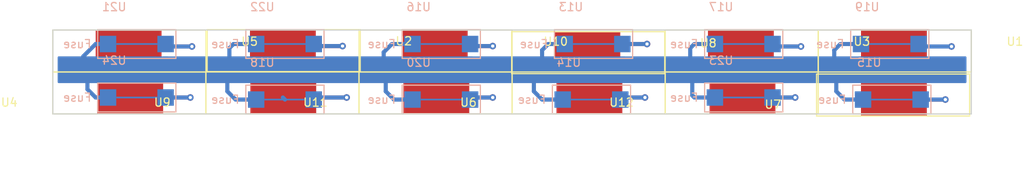
<source format=kicad_pcb>
(kicad_pcb (version 20171130) (host pcbnew "(5.0.2)-1")

  (general
    (thickness 1.6)
    (drawings 8)
    (tracks 96)
    (zones 0)
    (modules 24)
    (nets 2)
  )

  (page A4)
  (layers
    (0 F.Cu signal)
    (31 B.Cu signal)
    (32 B.Adhes user)
    (33 F.Adhes user)
    (34 B.Paste user)
    (35 F.Paste user)
    (36 B.SilkS user)
    (37 F.SilkS user)
    (38 B.Mask user)
    (39 F.Mask user)
    (40 Dwgs.User user)
    (41 Cmts.User user)
    (42 Eco1.User user)
    (43 Eco2.User user)
    (44 Edge.Cuts user)
    (45 Margin user)
    (46 B.CrtYd user)
    (47 F.CrtYd user)
    (48 B.Fab user)
    (49 F.Fab user)
  )

  (setup
    (last_trace_width 0.5)
    (user_trace_width 0.2)
    (user_trace_width 0.5)
    (trace_clearance 0.2)
    (zone_clearance 0.508)
    (zone_45_only no)
    (trace_min 0.2)
    (segment_width 0.2)
    (edge_width 0.15)
    (via_size 0.8)
    (via_drill 0.4)
    (via_min_size 0.4)
    (via_min_drill 0.3)
    (uvia_size 0.3)
    (uvia_drill 0.1)
    (uvias_allowed no)
    (uvia_min_size 0.2)
    (uvia_min_drill 0.1)
    (pcb_text_width 0.3)
    (pcb_text_size 1.5 1.5)
    (mod_edge_width 0.15)
    (mod_text_size 1 1)
    (mod_text_width 0.15)
    (pad_size 1.524 1.524)
    (pad_drill 0.762)
    (pad_to_mask_clearance 0.051)
    (solder_mask_min_width 0.25)
    (aux_axis_origin 0 0)
    (visible_elements 7FFFFFFF)
    (pcbplotparams
      (layerselection 0x010fc_ffffffff)
      (usegerberextensions false)
      (usegerberattributes false)
      (usegerberadvancedattributes false)
      (creategerberjobfile false)
      (excludeedgelayer true)
      (linewidth 0.100000)
      (plotframeref false)
      (viasonmask false)
      (mode 1)
      (useauxorigin false)
      (hpglpennumber 1)
      (hpglpenspeed 20)
      (hpglpendiameter 15.000000)
      (psnegative false)
      (psa4output false)
      (plotreference true)
      (plotvalue true)
      (plotinvisibletext false)
      (padsonsilk false)
      (subtractmaskfromsilk false)
      (outputformat 1)
      (mirror false)
      (drillshape 0)
      (scaleselection 1)
      (outputdirectory "gerber_2/"))
  )

  (net 0 "")
  (net 1 GND)

  (net_class Default "This is the default net class."
    (clearance 0.2)
    (trace_width 0.25)
    (via_dia 0.8)
    (via_drill 0.4)
    (uvia_dia 0.3)
    (uvia_drill 0.1)
    (add_net GND)
  )

  (net_class 2 ""
    (clearance 0.2)
    (trace_width 0.5)
    (via_dia 0.8)
    (via_drill 0.4)
    (uvia_dia 0.3)
    (uvia_drill 0.1)
  )

  (module Battery_Fuse_Strip_footprint:footprint_A (layer F.Cu) (tedit 5C793601) (tstamp 5CBC4E59)
    (at 151.654534 41.149939 180)
    (path /5C796C1E)
    (fp_text reference U1 (at -5.3 3.7 180) (layer F.SilkS)
      (effects (font (size 1 1) (thickness 0.15)))
    )
    (fp_text value Nickel_Tab (at 4 -2.2 180) (layer F.Fab)
      (effects (font (size 1 1) (thickness 0.15)))
    )
    (fp_line (start 0 5.1) (end 0 0) (layer F.SilkS) (width 0.15))
    (fp_line (start 18.6 5.1) (end 0 5.1) (layer F.SilkS) (width 0.15))
    (fp_line (start 18.6 0) (end 18.6 5.1) (layer F.SilkS) (width 0.15))
    (fp_line (start 0 0) (end 18.6 0) (layer F.SilkS) (width 0.15))
    (pad 1 smd rect (at 9.4 3.1 180) (size 8 4) (layers F.Cu F.Paste F.Mask)
      (net 1 GND))
  )

  (module Battery_Fuse_Strip_footprint:footprint_A (layer F.Cu) (tedit 5C793601) (tstamp 5C89A6DD)
    (at 95.854534 41.149939 180)
    (path /5C796E93)
    (fp_text reference U10 (at -5.3 3.7 180) (layer F.SilkS)
      (effects (font (size 1 1) (thickness 0.15)))
    )
    (fp_text value Nickel_Tab (at 4 -2.2 180) (layer F.Fab)
      (effects (font (size 1 1) (thickness 0.15)))
    )
    (fp_line (start 0 5.1) (end 0 0) (layer F.SilkS) (width 0.15))
    (fp_line (start 18.6 5.1) (end 0 5.1) (layer F.SilkS) (width 0.15))
    (fp_line (start 18.6 0) (end 18.6 5.1) (layer F.SilkS) (width 0.15))
    (fp_line (start 0 0) (end 18.6 0) (layer F.SilkS) (width 0.15))
    (pad 1 smd rect (at 9.4 3.1 180) (size 8 4) (layers F.Cu F.Paste F.Mask)
      (net 1 GND))
  )

  (module Battery_Fuse_Strip_footprint:footprint_A (layer F.Cu) (tedit 5C793601) (tstamp 5CBC511C)
    (at 133.054534 41.149939 180)
    (path /5C796D77)
    (fp_text reference U3 (at -5.3 3.7 180) (layer F.SilkS)
      (effects (font (size 1 1) (thickness 0.15)))
    )
    (fp_text value Nickel_Tab (at 4 -2.2 180) (layer F.Fab)
      (effects (font (size 1 1) (thickness 0.15)))
    )
    (fp_line (start 0 5.1) (end 0 0) (layer F.SilkS) (width 0.15))
    (fp_line (start 18.6 5.1) (end 0 5.1) (layer F.SilkS) (width 0.15))
    (fp_line (start 18.6 0) (end 18.6 5.1) (layer F.SilkS) (width 0.15))
    (fp_line (start 0 0) (end 18.6 0) (layer F.SilkS) (width 0.15))
    (pad 1 smd rect (at 9.4 3.1 180) (size 8 4) (layers F.Cu F.Paste F.Mask)
      (net 1 GND))
  )

  (module Battery_Fuse_Strip_footprint:footprint_A (layer F.Cu) (tedit 5C793601) (tstamp 5CBC52AC)
    (at 40.05 41.15)
    (path /5C796D99)
    (fp_text reference U4 (at -5.3 3.7) (layer F.SilkS)
      (effects (font (size 1 1) (thickness 0.15)))
    )
    (fp_text value Nickel_Tab (at 4 -2.2) (layer F.Fab)
      (effects (font (size 1 1) (thickness 0.15)))
    )
    (fp_line (start 0 5.1) (end 0 0) (layer F.SilkS) (width 0.15))
    (fp_line (start 18.6 5.1) (end 0 5.1) (layer F.SilkS) (width 0.15))
    (fp_line (start 18.6 0) (end 18.6 5.1) (layer F.SilkS) (width 0.15))
    (fp_line (start 0 0) (end 18.6 0) (layer F.SilkS) (width 0.15))
    (pad 1 smd rect (at 9.4 3.1) (size 8 4) (layers F.Cu F.Paste F.Mask)
      (net 1 GND))
  )

  (module Battery_Fuse_Strip_footprint:footprint_A (layer F.Cu) (tedit 5C793601) (tstamp 5CBC4E7D)
    (at 58.654534 41.149939 180)
    (path /5C796DB9)
    (fp_text reference U5 (at -5.3 3.7 180) (layer F.SilkS)
      (effects (font (size 1 1) (thickness 0.15)))
    )
    (fp_text value Nickel_Tab (at 4 -2.2 180) (layer F.Fab)
      (effects (font (size 1 1) (thickness 0.15)))
    )
    (fp_line (start 0 5.1) (end 0 0) (layer F.SilkS) (width 0.15))
    (fp_line (start 18.6 5.1) (end 0 5.1) (layer F.SilkS) (width 0.15))
    (fp_line (start 18.6 0) (end 18.6 5.1) (layer F.SilkS) (width 0.15))
    (fp_line (start 0 0) (end 18.6 0) (layer F.SilkS) (width 0.15))
    (pad 1 smd rect (at 9.4 3.1 180) (size 8 4) (layers F.Cu F.Paste F.Mask)
      (net 1 GND))
  )

  (module Battery_Fuse_Strip_footprint:footprint_A (layer F.Cu) (tedit 5C793601) (tstamp 5CBC4E86)
    (at 95.85 41.15)
    (path /5C796DDB)
    (fp_text reference U6 (at -5.3 3.7) (layer F.SilkS)
      (effects (font (size 1 1) (thickness 0.15)))
    )
    (fp_text value Nickel_Tab (at 4 -2.2) (layer F.Fab)
      (effects (font (size 1 1) (thickness 0.15)))
    )
    (fp_line (start 0 5.1) (end 0 0) (layer F.SilkS) (width 0.15))
    (fp_line (start 18.6 5.1) (end 0 5.1) (layer F.SilkS) (width 0.15))
    (fp_line (start 18.6 0) (end 18.6 5.1) (layer F.SilkS) (width 0.15))
    (fp_line (start 0 0) (end 18.6 0) (layer F.SilkS) (width 0.15))
    (pad 1 smd rect (at 9.4 3.1) (size 8 4) (layers F.Cu F.Paste F.Mask)
      (net 1 GND))
  )

  (module Battery_Fuse_Strip_footprint:footprint_A (layer F.Cu) (tedit 5C793601) (tstamp 5C89A693)
    (at 114.4 41.35 180)
    (path /5C796E39)
    (fp_text reference U8 (at -5.3 3.7 180) (layer F.SilkS)
      (effects (font (size 1 1) (thickness 0.15)))
    )
    (fp_text value Nickel_Tab (at 4 -2.2 180) (layer F.Fab)
      (effects (font (size 1 1) (thickness 0.15)))
    )
    (fp_line (start 0 5.1) (end 0 0) (layer F.SilkS) (width 0.15))
    (fp_line (start 18.6 5.1) (end 0 5.1) (layer F.SilkS) (width 0.15))
    (fp_line (start 18.6 0) (end 18.6 5.1) (layer F.SilkS) (width 0.15))
    (fp_line (start 0 0) (end 18.6 0) (layer F.SilkS) (width 0.15))
    (pad 1 smd rect (at 9.4 3.1 180) (size 8 4) (layers F.Cu F.Paste F.Mask)
      (net 1 GND))
  )

  (module Battery_Fuse_Strip_footprint:footprint_A (layer F.Cu) (tedit 5C793601) (tstamp 5CBC4EA1)
    (at 58.65 41.15)
    (path /5C796E63)
    (fp_text reference U9 (at -5.3 3.7) (layer F.SilkS)
      (effects (font (size 1 1) (thickness 0.15)))
    )
    (fp_text value Nickel_Tab (at 4 -2.2) (layer F.Fab)
      (effects (font (size 1 1) (thickness 0.15)))
    )
    (fp_line (start 0 5.1) (end 0 0) (layer F.SilkS) (width 0.15))
    (fp_line (start 18.6 5.1) (end 0 5.1) (layer F.SilkS) (width 0.15))
    (fp_line (start 18.6 0) (end 18.6 5.1) (layer F.SilkS) (width 0.15))
    (fp_line (start 0 0) (end 18.6 0) (layer F.SilkS) (width 0.15))
    (pad 1 smd rect (at 9.4 3.1) (size 8 4) (layers F.Cu F.Paste F.Mask)
      (net 1 GND))
  )

  (module Battery_Fuse_Strip_footprint:footprint_A (layer F.Cu) (tedit 5C793601) (tstamp 5CBC4EB3)
    (at 77.25 41.15)
    (path /5C796EC9)
    (fp_text reference U11 (at -5.3 3.7) (layer F.SilkS)
      (effects (font (size 1 1) (thickness 0.15)))
    )
    (fp_text value Nickel_Tab (at 4 -2.2) (layer F.Fab)
      (effects (font (size 1 1) (thickness 0.15)))
    )
    (fp_line (start 0 5.1) (end 0 0) (layer F.SilkS) (width 0.15))
    (fp_line (start 18.6 5.1) (end 0 5.1) (layer F.SilkS) (width 0.15))
    (fp_line (start 18.6 0) (end 18.6 5.1) (layer F.SilkS) (width 0.15))
    (fp_line (start 0 0) (end 18.6 0) (layer F.SilkS) (width 0.15))
    (pad 1 smd rect (at 9.4 3.1) (size 8 4) (layers F.Cu F.Paste F.Mask)
      (net 1 GND))
  )

  (module Battery_Fuse_Strip_footprint:footprint_A (layer F.Cu) (tedit 5C793601) (tstamp 5CBC4EBC)
    (at 114.45 41.15)
    (path /5C796F33)
    (fp_text reference U12 (at -5.3 3.7) (layer F.SilkS)
      (effects (font (size 1 1) (thickness 0.15)))
    )
    (fp_text value Nickel_Tab (at 4 -2.2) (layer F.Fab)
      (effects (font (size 1 1) (thickness 0.15)))
    )
    (fp_line (start 0 5.1) (end 0 0) (layer F.SilkS) (width 0.15))
    (fp_line (start 18.6 5.1) (end 0 5.1) (layer F.SilkS) (width 0.15))
    (fp_line (start 18.6 0) (end 18.6 5.1) (layer F.SilkS) (width 0.15))
    (fp_line (start 0 0) (end 18.6 0) (layer F.SilkS) (width 0.15))
    (pad 1 smd rect (at 9.4 3.1) (size 8 4) (layers F.Cu F.Paste F.Mask)
      (net 1 GND))
  )

  (module Battery_Fuse_Strip_footprint:fuse_3 (layer B.Cu) (tedit 5C7BCB6B) (tstamp 5C7CE6EC)
    (at 102.25 37.75)
    (path /5C79701B)
    (fp_text reference U13 (at 0.75 -4.5) (layer B.SilkS)
      (effects (font (size 1 1) (thickness 0.15)) (justify mirror))
    )
    (fp_text value Fuse_pad (at -1.5 10.75) (layer B.Fab)
      (effects (font (size 1 1) (thickness 0.15)) (justify mirror))
    )
    (fp_text user Fuse (at -3.75 0) (layer B.SilkS)
      (effects (font (size 1 1) (thickness 0.15)) (justify mirror))
    )
    (fp_line (start -1.25 -1.75) (end -1.25 1.75) (layer B.SilkS) (width 0.15))
    (fp_line (start 8.25 -1.75) (end -1.25 -1.75) (layer B.SilkS) (width 0.15))
    (fp_line (start 8.25 1.75) (end 8.25 -1.75) (layer B.SilkS) (width 0.15))
    (fp_line (start -1.25 1.75) (end 8.25 1.75) (layer B.SilkS) (width 0.15))
    (fp_line (start 1 -1.25) (end 1 1.25) (layer B.Mask) (width 0.15))
    (fp_line (start 6 -1.25) (end 1 -1.25) (layer B.Mask) (width 0.15))
    (fp_line (start 6 1.25) (end 6 -1.25) (layer B.Mask) (width 0.15))
    (fp_line (start 1 1.25) (end 6 1.25) (layer B.Mask) (width 0.15))
    (pad 1 smd rect (at 3.5 0) (size 5 0.2) (layers B.Cu B.Paste B.Mask)
      (net 1 GND))
    (pad 1 smd rect (at 7 0) (size 2 2) (layers B.Cu B.Paste B.Mask)
      (net 1 GND))
    (pad 1 smd rect (at 0 0) (size 2 2) (layers B.Cu B.Paste B.Mask)
      (net 1 GND))
  )

  (module Battery_Fuse_Strip_footprint:fuse_3 (layer B.Cu) (tedit 5C7BCB6B) (tstamp 5C7CE6FC)
    (at 102 44.5)
    (path /5C797198)
    (fp_text reference U14 (at 0.75 -4.5) (layer B.SilkS)
      (effects (font (size 1 1) (thickness 0.15)) (justify mirror))
    )
    (fp_text value Fuse_pad (at -1.5 10.75) (layer B.Fab)
      (effects (font (size 1 1) (thickness 0.15)) (justify mirror))
    )
    (fp_text user Fuse (at -3.75 0) (layer B.SilkS)
      (effects (font (size 1 1) (thickness 0.15)) (justify mirror))
    )
    (fp_line (start -1.25 -1.75) (end -1.25 1.75) (layer B.SilkS) (width 0.15))
    (fp_line (start 8.25 -1.75) (end -1.25 -1.75) (layer B.SilkS) (width 0.15))
    (fp_line (start 8.25 1.75) (end 8.25 -1.75) (layer B.SilkS) (width 0.15))
    (fp_line (start -1.25 1.75) (end 8.25 1.75) (layer B.SilkS) (width 0.15))
    (fp_line (start 1 -1.25) (end 1 1.25) (layer B.Mask) (width 0.15))
    (fp_line (start 6 -1.25) (end 1 -1.25) (layer B.Mask) (width 0.15))
    (fp_line (start 6 1.25) (end 6 -1.25) (layer B.Mask) (width 0.15))
    (fp_line (start 1 1.25) (end 6 1.25) (layer B.Mask) (width 0.15))
    (pad 1 smd rect (at 3.5 0) (size 5 0.2) (layers B.Cu B.Paste B.Mask)
      (net 1 GND))
    (pad 1 smd rect (at 7 0) (size 2 2) (layers B.Cu B.Paste B.Mask)
      (net 1 GND))
    (pad 1 smd rect (at 0 0) (size 2 2) (layers B.Cu B.Paste B.Mask)
      (net 1 GND))
  )

  (module Battery_Fuse_Strip_footprint:fuse_3 (layer B.Cu) (tedit 5C7BCB6B) (tstamp 5C7CE71C)
    (at 83.75 37.75)
    (path /5C797220)
    (fp_text reference U16 (at 0.75 -4.5) (layer B.SilkS)
      (effects (font (size 1 1) (thickness 0.15)) (justify mirror))
    )
    (fp_text value Fuse_pad (at -1.5 10.75) (layer B.Fab)
      (effects (font (size 1 1) (thickness 0.15)) (justify mirror))
    )
    (fp_text user Fuse (at -3.75 0) (layer B.SilkS)
      (effects (font (size 1 1) (thickness 0.15)) (justify mirror))
    )
    (fp_line (start -1.25 -1.75) (end -1.25 1.75) (layer B.SilkS) (width 0.15))
    (fp_line (start 8.25 -1.75) (end -1.25 -1.75) (layer B.SilkS) (width 0.15))
    (fp_line (start 8.25 1.75) (end 8.25 -1.75) (layer B.SilkS) (width 0.15))
    (fp_line (start -1.25 1.75) (end 8.25 1.75) (layer B.SilkS) (width 0.15))
    (fp_line (start 1 -1.25) (end 1 1.25) (layer B.Mask) (width 0.15))
    (fp_line (start 6 -1.25) (end 1 -1.25) (layer B.Mask) (width 0.15))
    (fp_line (start 6 1.25) (end 6 -1.25) (layer B.Mask) (width 0.15))
    (fp_line (start 1 1.25) (end 6 1.25) (layer B.Mask) (width 0.15))
    (pad 1 smd rect (at 3.5 0) (size 5 0.2) (layers B.Cu B.Paste B.Mask)
      (net 1 GND))
    (pad 1 smd rect (at 7 0) (size 2 2) (layers B.Cu B.Paste B.Mask)
      (net 1 GND))
    (pad 1 smd rect (at 0 0) (size 2 2) (layers B.Cu B.Paste B.Mask)
      (net 1 GND))
  )

  (module Battery_Fuse_Strip_footprint:fuse_3 (layer B.Cu) (tedit 5C7BCB6B) (tstamp 5C7CE72C)
    (at 120.5 37.75)
    (path /5C797256)
    (fp_text reference U17 (at 0.75 -4.5) (layer B.SilkS)
      (effects (font (size 1 1) (thickness 0.15)) (justify mirror))
    )
    (fp_text value Fuse_pad (at -1.5 10.75) (layer B.Fab)
      (effects (font (size 1 1) (thickness 0.15)) (justify mirror))
    )
    (fp_text user Fuse (at -3.75 0) (layer B.SilkS)
      (effects (font (size 1 1) (thickness 0.15)) (justify mirror))
    )
    (fp_line (start -1.25 -1.75) (end -1.25 1.75) (layer B.SilkS) (width 0.15))
    (fp_line (start 8.25 -1.75) (end -1.25 -1.75) (layer B.SilkS) (width 0.15))
    (fp_line (start 8.25 1.75) (end 8.25 -1.75) (layer B.SilkS) (width 0.15))
    (fp_line (start -1.25 1.75) (end 8.25 1.75) (layer B.SilkS) (width 0.15))
    (fp_line (start 1 -1.25) (end 1 1.25) (layer B.Mask) (width 0.15))
    (fp_line (start 6 -1.25) (end 1 -1.25) (layer B.Mask) (width 0.15))
    (fp_line (start 6 1.25) (end 6 -1.25) (layer B.Mask) (width 0.15))
    (fp_line (start 1 1.25) (end 6 1.25) (layer B.Mask) (width 0.15))
    (pad 1 smd rect (at 3.5 0) (size 5 0.2) (layers B.Cu B.Paste B.Mask)
      (net 1 GND))
    (pad 1 smd rect (at 7 0) (size 2 2) (layers B.Cu B.Paste B.Mask)
      (net 1 GND))
    (pad 1 smd rect (at 0 0) (size 2 2) (layers B.Cu B.Paste B.Mask)
      (net 1 GND))
  )

  (module Battery_Fuse_Strip_footprint:fuse_3 (layer B.Cu) (tedit 5C7BCB6B) (tstamp 5C7CE73C)
    (at 64.75 44.5)
    (path /5C7972B0)
    (fp_text reference U18 (at 0.75 -4.5) (layer B.SilkS)
      (effects (font (size 1 1) (thickness 0.15)) (justify mirror))
    )
    (fp_text value Fuse_pad (at -1.5 10.75) (layer B.Fab)
      (effects (font (size 1 1) (thickness 0.15)) (justify mirror))
    )
    (fp_text user Fuse (at -3.75 0) (layer B.SilkS)
      (effects (font (size 1 1) (thickness 0.15)) (justify mirror))
    )
    (fp_line (start -1.25 -1.75) (end -1.25 1.75) (layer B.SilkS) (width 0.15))
    (fp_line (start 8.25 -1.75) (end -1.25 -1.75) (layer B.SilkS) (width 0.15))
    (fp_line (start 8.25 1.75) (end 8.25 -1.75) (layer B.SilkS) (width 0.15))
    (fp_line (start -1.25 1.75) (end 8.25 1.75) (layer B.SilkS) (width 0.15))
    (fp_line (start 1 -1.25) (end 1 1.25) (layer B.Mask) (width 0.15))
    (fp_line (start 6 -1.25) (end 1 -1.25) (layer B.Mask) (width 0.15))
    (fp_line (start 6 1.25) (end 6 -1.25) (layer B.Mask) (width 0.15))
    (fp_line (start 1 1.25) (end 6 1.25) (layer B.Mask) (width 0.15))
    (pad 1 smd rect (at 3.5 0) (size 5 0.2) (layers B.Cu B.Paste B.Mask)
      (net 1 GND))
    (pad 1 smd rect (at 7 0) (size 2 2) (layers B.Cu B.Paste B.Mask)
      (net 1 GND))
    (pad 1 smd rect (at 0 0) (size 2 2) (layers B.Cu B.Paste B.Mask)
      (net 1 GND))
  )

  (module Battery_Fuse_Strip_footprint:fuse_3 (layer B.Cu) (tedit 5C7BCB6B) (tstamp 5C7CE74C)
    (at 138.25 37.75)
    (path /5C7972F4)
    (fp_text reference U19 (at 0.75 -4.5) (layer B.SilkS)
      (effects (font (size 1 1) (thickness 0.15)) (justify mirror))
    )
    (fp_text value Fuse_pad (at -1.5 10.75) (layer B.Fab)
      (effects (font (size 1 1) (thickness 0.15)) (justify mirror))
    )
    (fp_text user Fuse (at -3.75 0) (layer B.SilkS)
      (effects (font (size 1 1) (thickness 0.15)) (justify mirror))
    )
    (fp_line (start -1.25 -1.75) (end -1.25 1.75) (layer B.SilkS) (width 0.15))
    (fp_line (start 8.25 -1.75) (end -1.25 -1.75) (layer B.SilkS) (width 0.15))
    (fp_line (start 8.25 1.75) (end 8.25 -1.75) (layer B.SilkS) (width 0.15))
    (fp_line (start -1.25 1.75) (end 8.25 1.75) (layer B.SilkS) (width 0.15))
    (fp_line (start 1 -1.25) (end 1 1.25) (layer B.Mask) (width 0.15))
    (fp_line (start 6 -1.25) (end 1 -1.25) (layer B.Mask) (width 0.15))
    (fp_line (start 6 1.25) (end 6 -1.25) (layer B.Mask) (width 0.15))
    (fp_line (start 1 1.25) (end 6 1.25) (layer B.Mask) (width 0.15))
    (pad 1 smd rect (at 3.5 0) (size 5 0.2) (layers B.Cu B.Paste B.Mask)
      (net 1 GND))
    (pad 1 smd rect (at 7 0) (size 2 2) (layers B.Cu B.Paste B.Mask)
      (net 1 GND))
    (pad 1 smd rect (at 0 0) (size 2 2) (layers B.Cu B.Paste B.Mask)
      (net 1 GND))
  )

  (module Battery_Fuse_Strip_footprint:fuse_3 (layer B.Cu) (tedit 5C7BCB6B) (tstamp 5C7CE75C)
    (at 83.75 44.5)
    (path /5C797332)
    (fp_text reference U20 (at 0.75 -4.5) (layer B.SilkS)
      (effects (font (size 1 1) (thickness 0.15)) (justify mirror))
    )
    (fp_text value Fuse_pad (at -1.5 10.75) (layer B.Fab)
      (effects (font (size 1 1) (thickness 0.15)) (justify mirror))
    )
    (fp_text user Fuse (at -3.75 0) (layer B.SilkS)
      (effects (font (size 1 1) (thickness 0.15)) (justify mirror))
    )
    (fp_line (start -1.25 -1.75) (end -1.25 1.75) (layer B.SilkS) (width 0.15))
    (fp_line (start 8.25 -1.75) (end -1.25 -1.75) (layer B.SilkS) (width 0.15))
    (fp_line (start 8.25 1.75) (end 8.25 -1.75) (layer B.SilkS) (width 0.15))
    (fp_line (start -1.25 1.75) (end 8.25 1.75) (layer B.SilkS) (width 0.15))
    (fp_line (start 1 -1.25) (end 1 1.25) (layer B.Mask) (width 0.15))
    (fp_line (start 6 -1.25) (end 1 -1.25) (layer B.Mask) (width 0.15))
    (fp_line (start 6 1.25) (end 6 -1.25) (layer B.Mask) (width 0.15))
    (fp_line (start 1 1.25) (end 6 1.25) (layer B.Mask) (width 0.15))
    (pad 1 smd rect (at 3.5 0) (size 5 0.2) (layers B.Cu B.Paste B.Mask)
      (net 1 GND))
    (pad 1 smd rect (at 7 0) (size 2 2) (layers B.Cu B.Paste B.Mask)
      (net 1 GND))
    (pad 1 smd rect (at 0 0) (size 2 2) (layers B.Cu B.Paste B.Mask)
      (net 1 GND))
  )

  (module Battery_Fuse_Strip_footprint:fuse_3 (layer B.Cu) (tedit 5C7BCB6B) (tstamp 5C7CE76C)
    (at 46.75 37.75)
    (path /5C797374)
    (fp_text reference U21 (at 0.75 -4.5) (layer B.SilkS)
      (effects (font (size 1 1) (thickness 0.15)) (justify mirror))
    )
    (fp_text value Fuse_pad (at -1.5 10.75) (layer B.Fab)
      (effects (font (size 1 1) (thickness 0.15)) (justify mirror))
    )
    (fp_text user Fuse (at -3.75 0) (layer B.SilkS)
      (effects (font (size 1 1) (thickness 0.15)) (justify mirror))
    )
    (fp_line (start -1.25 -1.75) (end -1.25 1.75) (layer B.SilkS) (width 0.15))
    (fp_line (start 8.25 -1.75) (end -1.25 -1.75) (layer B.SilkS) (width 0.15))
    (fp_line (start 8.25 1.75) (end 8.25 -1.75) (layer B.SilkS) (width 0.15))
    (fp_line (start -1.25 1.75) (end 8.25 1.75) (layer B.SilkS) (width 0.15))
    (fp_line (start 1 -1.25) (end 1 1.25) (layer B.Mask) (width 0.15))
    (fp_line (start 6 -1.25) (end 1 -1.25) (layer B.Mask) (width 0.15))
    (fp_line (start 6 1.25) (end 6 -1.25) (layer B.Mask) (width 0.15))
    (fp_line (start 1 1.25) (end 6 1.25) (layer B.Mask) (width 0.15))
    (pad 1 smd rect (at 3.5 0) (size 5 0.2) (layers B.Cu B.Paste B.Mask)
      (net 1 GND))
    (pad 1 smd rect (at 7 0) (size 2 2) (layers B.Cu B.Paste B.Mask)
      (net 1 GND))
    (pad 1 smd rect (at 0 0) (size 2 2) (layers B.Cu B.Paste B.Mask)
      (net 1 GND))
  )

  (module Battery_Fuse_Strip_footprint:fuse_3 (layer B.Cu) (tedit 5C7BCB6B) (tstamp 5C7CE77C)
    (at 64.75 37.75)
    (path /5C797421)
    (fp_text reference U22 (at 0.75 -4.5) (layer B.SilkS)
      (effects (font (size 1 1) (thickness 0.15)) (justify mirror))
    )
    (fp_text value Fuse_pad (at -1.5 10.75) (layer B.Fab)
      (effects (font (size 1 1) (thickness 0.15)) (justify mirror))
    )
    (fp_text user Fuse (at -3.75 0) (layer B.SilkS)
      (effects (font (size 1 1) (thickness 0.15)) (justify mirror))
    )
    (fp_line (start -1.25 -1.75) (end -1.25 1.75) (layer B.SilkS) (width 0.15))
    (fp_line (start 8.25 -1.75) (end -1.25 -1.75) (layer B.SilkS) (width 0.15))
    (fp_line (start 8.25 1.75) (end 8.25 -1.75) (layer B.SilkS) (width 0.15))
    (fp_line (start -1.25 1.75) (end 8.25 1.75) (layer B.SilkS) (width 0.15))
    (fp_line (start 1 -1.25) (end 1 1.25) (layer B.Mask) (width 0.15))
    (fp_line (start 6 -1.25) (end 1 -1.25) (layer B.Mask) (width 0.15))
    (fp_line (start 6 1.25) (end 6 -1.25) (layer B.Mask) (width 0.15))
    (fp_line (start 1 1.25) (end 6 1.25) (layer B.Mask) (width 0.15))
    (pad 1 smd rect (at 3.5 0) (size 5 0.2) (layers B.Cu B.Paste B.Mask)
      (net 1 GND))
    (pad 1 smd rect (at 7 0) (size 2 2) (layers B.Cu B.Paste B.Mask)
      (net 1 GND))
    (pad 1 smd rect (at 0 0) (size 2 2) (layers B.Cu B.Paste B.Mask)
      (net 1 GND))
  )

  (module Battery_Fuse_Strip_footprint:fuse_3 (layer B.Cu) (tedit 5C7BCB6B) (tstamp 5C7CE78C)
    (at 120.5 44.25)
    (path /5C797467)
    (fp_text reference U23 (at 0.75 -4.5) (layer B.SilkS)
      (effects (font (size 1 1) (thickness 0.15)) (justify mirror))
    )
    (fp_text value Fuse_pad (at -1.5 10.75) (layer B.Fab)
      (effects (font (size 1 1) (thickness 0.15)) (justify mirror))
    )
    (fp_text user Fuse (at -3.75 0) (layer B.SilkS)
      (effects (font (size 1 1) (thickness 0.15)) (justify mirror))
    )
    (fp_line (start -1.25 -1.75) (end -1.25 1.75) (layer B.SilkS) (width 0.15))
    (fp_line (start 8.25 -1.75) (end -1.25 -1.75) (layer B.SilkS) (width 0.15))
    (fp_line (start 8.25 1.75) (end 8.25 -1.75) (layer B.SilkS) (width 0.15))
    (fp_line (start -1.25 1.75) (end 8.25 1.75) (layer B.SilkS) (width 0.15))
    (fp_line (start 1 -1.25) (end 1 1.25) (layer B.Mask) (width 0.15))
    (fp_line (start 6 -1.25) (end 1 -1.25) (layer B.Mask) (width 0.15))
    (fp_line (start 6 1.25) (end 6 -1.25) (layer B.Mask) (width 0.15))
    (fp_line (start 1 1.25) (end 6 1.25) (layer B.Mask) (width 0.15))
    (pad 1 smd rect (at 3.5 0) (size 5 0.2) (layers B.Cu B.Paste B.Mask)
      (net 1 GND))
    (pad 1 smd rect (at 7 0) (size 2 2) (layers B.Cu B.Paste B.Mask)
      (net 1 GND))
    (pad 1 smd rect (at 0 0) (size 2 2) (layers B.Cu B.Paste B.Mask)
      (net 1 GND))
  )

  (module Battery_Fuse_Strip_footprint:fuse_3 (layer B.Cu) (tedit 5C7BCB6B) (tstamp 5C7CE79C)
    (at 46.75 44.25)
    (path /5C7974B3)
    (fp_text reference U24 (at 0.75 -4.5) (layer B.SilkS)
      (effects (font (size 1 1) (thickness 0.15)) (justify mirror))
    )
    (fp_text value Fuse_pad (at -1.5 10.75) (layer B.Fab)
      (effects (font (size 1 1) (thickness 0.15)) (justify mirror))
    )
    (fp_text user Fuse (at -3.75 0) (layer B.SilkS)
      (effects (font (size 1 1) (thickness 0.15)) (justify mirror))
    )
    (fp_line (start -1.25 -1.75) (end -1.25 1.75) (layer B.SilkS) (width 0.15))
    (fp_line (start 8.25 -1.75) (end -1.25 -1.75) (layer B.SilkS) (width 0.15))
    (fp_line (start 8.25 1.75) (end 8.25 -1.75) (layer B.SilkS) (width 0.15))
    (fp_line (start -1.25 1.75) (end 8.25 1.75) (layer B.SilkS) (width 0.15))
    (fp_line (start 1 -1.25) (end 1 1.25) (layer B.Mask) (width 0.15))
    (fp_line (start 6 -1.25) (end 1 -1.25) (layer B.Mask) (width 0.15))
    (fp_line (start 6 1.25) (end 6 -1.25) (layer B.Mask) (width 0.15))
    (fp_line (start 1 1.25) (end 6 1.25) (layer B.Mask) (width 0.15))
    (pad 1 smd rect (at 3.5 0) (size 5 0.2) (layers B.Cu B.Paste B.Mask)
      (net 1 GND))
    (pad 1 smd rect (at 7 0) (size 2 2) (layers B.Cu B.Paste B.Mask)
      (net 1 GND))
    (pad 1 smd rect (at 0 0) (size 2 2) (layers B.Cu B.Paste B.Mask)
      (net 1 GND))
  )

  (module Battery_Fuse_Strip_footprint:footprint_A (layer F.Cu) (tedit 5C793601) (tstamp 5C89A5BC)
    (at 77.4 41.1 180)
    (path /5C796CF7)
    (fp_text reference U2 (at -5.3 3.7 180) (layer F.SilkS)
      (effects (font (size 1 1) (thickness 0.15)))
    )
    (fp_text value Nickel_Tab (at 4 -2.2 180) (layer F.Fab)
      (effects (font (size 1 1) (thickness 0.15)))
    )
    (fp_line (start 0 5.1) (end 0 0) (layer F.SilkS) (width 0.15))
    (fp_line (start 18.6 5.1) (end 0 5.1) (layer F.SilkS) (width 0.15))
    (fp_line (start 18.6 0) (end 18.6 5.1) (layer F.SilkS) (width 0.15))
    (fp_line (start 0 0) (end 18.6 0) (layer F.SilkS) (width 0.15))
    (pad 1 smd rect (at 9.4 3.1 180) (size 8 4) (layers F.Cu F.Paste F.Mask)
      (net 1 GND))
  )

  (module Battery_Fuse_Strip_footprint:footprint_A (layer F.Cu) (tedit 5C793601) (tstamp 5C89A5C5)
    (at 132.85 41.4)
    (path /5C796E0F)
    (fp_text reference U7 (at -5.3 3.7) (layer F.SilkS)
      (effects (font (size 1 1) (thickness 0.15)))
    )
    (fp_text value Nickel_Tab (at 4 -2.2) (layer F.Fab)
      (effects (font (size 1 1) (thickness 0.15)))
    )
    (fp_line (start 0 5.1) (end 0 0) (layer F.SilkS) (width 0.15))
    (fp_line (start 18.6 5.1) (end 0 5.1) (layer F.SilkS) (width 0.15))
    (fp_line (start 18.6 0) (end 18.6 5.1) (layer F.SilkS) (width 0.15))
    (fp_line (start 0 0) (end 18.6 0) (layer F.SilkS) (width 0.15))
    (pad 1 smd rect (at 9.4 3.1) (size 8 4) (layers F.Cu F.Paste F.Mask)
      (net 1 GND))
  )

  (module Battery_Fuse_Strip_footprint:fuse_3 (layer B.Cu) (tedit 5C7BCB6B) (tstamp 5C89A7BE)
    (at 138.5 44.5)
    (path /5C7971E8)
    (fp_text reference U15 (at 0.75 -4.5) (layer B.SilkS)
      (effects (font (size 1 1) (thickness 0.15)) (justify mirror))
    )
    (fp_text value Fuse_pad (at -1.5 10.75) (layer B.Fab)
      (effects (font (size 1 1) (thickness 0.15)) (justify mirror))
    )
    (fp_text user Fuse (at -3.75 0) (layer B.SilkS)
      (effects (font (size 1 1) (thickness 0.15)) (justify mirror))
    )
    (fp_line (start -1.25 -1.75) (end -1.25 1.75) (layer B.SilkS) (width 0.15))
    (fp_line (start 8.25 -1.75) (end -1.25 -1.75) (layer B.SilkS) (width 0.15))
    (fp_line (start 8.25 1.75) (end 8.25 -1.75) (layer B.SilkS) (width 0.15))
    (fp_line (start -1.25 1.75) (end 8.25 1.75) (layer B.SilkS) (width 0.15))
    (fp_line (start 1 -1.25) (end 1 1.25) (layer B.Mask) (width 0.15))
    (fp_line (start 6 -1.25) (end 1 -1.25) (layer B.Mask) (width 0.15))
    (fp_line (start 6 1.25) (end 6 -1.25) (layer B.Mask) (width 0.15))
    (fp_line (start 1 1.25) (end 6 1.25) (layer B.Mask) (width 0.15))
    (pad 1 smd rect (at 3.5 0) (size 5 0.2) (layers B.Cu B.Paste B.Mask)
      (net 1 GND))
    (pad 1 smd rect (at 7 0) (size 2 2) (layers B.Cu B.Paste B.Mask)
      (net 1 GND))
    (pad 1 smd rect (at 0 0) (size 2 2) (layers B.Cu B.Paste B.Mask)
      (net 1 GND))
  )

  (gr_line (start 151.5 39.25) (end 40 39.25) (layer B.Mask) (width 0.2))
  (gr_line (start 151.5 42.5) (end 151.5 39.25) (layer B.Mask) (width 0.2))
  (gr_line (start 40 42.5) (end 151.5 42.5) (layer B.Mask) (width 0.2))
  (gr_line (start 40 39.25) (end 40 42.5) (layer B.Mask) (width 0.2))
  (gr_line (start 151.65 36.05) (end 40.05 36.05) (layer Edge.Cuts) (width 0.15))
  (gr_line (start 151.65 46.25) (end 151.65 36.05) (layer Edge.Cuts) (width 0.15))
  (gr_line (start 40.05 46.25) (end 151.65 46.25) (layer Edge.Cuts) (width 0.15))
  (gr_line (start 40.05 36.05) (end 40.05 46.25) (layer Edge.Cuts) (width 0.15))

  (segment (start 146.504534 38.049939) (end 146.504595 38.05) (width 0.25) (layer F.Cu) (net 1))
  (segment (start 142.254534 38.049939) (end 146.504534 38.049939) (width 0.25) (layer F.Cu) (net 1))
  (segment (start 146.504595 38.05) (end 149.25 38.05) (width 0.25) (layer F.Cu) (net 1))
  (segment (start 149.35 38.05) (end 149.35 38.05) (width 0.25) (layer F.Cu) (net 1) (tstamp 5CBC53C5))
  (segment (start 49.254534 38.049939) (end 56.950061 38.049939) (width 0.5) (layer F.Cu) (net 1))
  (segment (start 56.950061 38.049939) (end 56.950061 38.049939) (width 0.5) (layer F.Cu) (net 1) (tstamp 5C89A52A))
  (via (at 56.950061 38.049939) (size 0.8) (drill 0.4) (layers F.Cu B.Cu) (net 1))
  (segment (start 54.049939 38.049939) (end 53.75 37.75) (width 0.5) (layer B.Cu) (net 1))
  (segment (start 56.950061 38.049939) (end 54.049939 38.049939) (width 0.5) (layer B.Cu) (net 1))
  (segment (start 45.25 37.75) (end 43.75 39.25) (width 0.5) (layer B.Cu) (net 1))
  (segment (start 46.75 37.75) (end 45.25 37.75) (width 0.5) (layer B.Cu) (net 1))
  (segment (start 43.75 39.25) (end 43.75 39.75) (width 0.5) (layer B.Cu) (net 1))
  (segment (start 45.25 44.25) (end 44.25 43.25) (width 0.5) (layer B.Cu) (net 1))
  (segment (start 46.75 44.25) (end 45.25 44.25) (width 0.5) (layer B.Cu) (net 1))
  (segment (start 44.25 43.25) (end 44.25 42) (width 0.5) (layer B.Cu) (net 1))
  (segment (start 64.75 37.75) (end 62 37.75) (width 0.5) (layer B.Cu) (net 1))
  (segment (start 62 37.75) (end 61.5 38.25) (width 0.5) (layer B.Cu) (net 1))
  (segment (start 61.5 38.25) (end 61.5 40.25) (width 0.5) (layer B.Cu) (net 1))
  (segment (start 64.75 44.5) (end 62.25 44.5) (width 0.5) (layer B.Cu) (net 1))
  (segment (start 62.25 44.5) (end 61.25 43.5) (width 0.5) (layer B.Cu) (net 1))
  (segment (start 61.25 43.5) (end 61.25 42) (width 0.5) (layer B.Cu) (net 1))
  (segment (start 83.75 37.75) (end 82.25 37.75) (width 0.5) (layer B.Cu) (net 1))
  (segment (start 82.25 37.75) (end 81.25 37.75) (width 0.5) (layer B.Cu) (net 1))
  (segment (start 81.25 37.75) (end 80.25 38.75) (width 0.5) (layer B.Cu) (net 1))
  (segment (start 80.25 38.75) (end 80.25 40.75) (width 0.5) (layer B.Cu) (net 1))
  (segment (start 83.75 44.5) (end 81.5 44.5) (width 0.5) (layer B.Cu) (net 1))
  (segment (start 81.5 44.5) (end 80.5 43.5) (width 0.5) (layer B.Cu) (net 1))
  (segment (start 80.5 43.5) (end 80.5 42) (width 0.5) (layer B.Cu) (net 1))
  (segment (start 102 44.5) (end 99.5 44.5) (width 0.5) (layer B.Cu) (net 1))
  (segment (start 99.5 44.5) (end 98.5 43.5) (width 0.5) (layer B.Cu) (net 1))
  (segment (start 98.5 43.5) (end 98.5 41.75) (width 0.5) (layer B.Cu) (net 1))
  (segment (start 102.25 37.75) (end 100.25 37.75) (width 0.5) (layer B.Cu) (net 1))
  (segment (start 100.25 37.75) (end 99.5 38.5) (width 0.5) (layer B.Cu) (net 1))
  (segment (start 99.5 38.5) (end 99.5 39.5) (width 0.5) (layer B.Cu) (net 1))
  (segment (start 120.5 37.75) (end 118 37.75) (width 0.5) (layer B.Cu) (net 1))
  (segment (start 118 37.75) (end 117.5 38.25) (width 0.5) (layer B.Cu) (net 1))
  (segment (start 117.5 38.25) (end 117.5 39.75) (width 0.5) (layer B.Cu) (net 1))
  (segment (start 120.5 44.25) (end 118 44.25) (width 0.5) (layer B.Cu) (net 1))
  (segment (start 118 44.25) (end 117.75 44) (width 0.5) (layer B.Cu) (net 1))
  (segment (start 117.75 44) (end 117.75 41.25) (width 0.5) (layer B.Cu) (net 1))
  (segment (start 138.25 37.75) (end 136.75 37.75) (width 0.5) (layer B.Cu) (net 1))
  (segment (start 136.75 37.75) (end 135.75 37.75) (width 0.5) (layer B.Cu) (net 1))
  (segment (start 135.75 37.75) (end 135 38.5) (width 0.5) (layer B.Cu) (net 1))
  (segment (start 135 38.5) (end 135 40) (width 0.5) (layer B.Cu) (net 1))
  (segment (start 139 44.5) (end 136.25 44.5) (width 0.5) (layer B.Cu) (net 1) (tstamp 5C89A76D))
  (segment (start 136.25 44.5) (end 135.25 43.5) (width 0.5) (layer B.Cu) (net 1) (tstamp 5C89A76A))
  (segment (start 135.25 43.5) (end 135.25 42) (width 0.5) (layer B.Cu) (net 1) (tstamp 5C89A767))
  (segment (start 49.45 44.25) (end 53.95 44.25) (width 0.5) (layer F.Cu) (net 1))
  (via (at 56.75 44.25) (size 0.8) (drill 0.4) (layers F.Cu B.Cu) (net 1))
  (segment (start 53.95 44.25) (end 56.75 44.25) (width 0.5) (layer F.Cu) (net 1))
  (segment (start 68.05 44.25) (end 72.55 44.25) (width 0.5) (layer F.Cu) (net 1))
  (via (at 75.75 44.25) (size 0.8) (drill 0.4) (layers F.Cu B.Cu) (net 1))
  (segment (start 72.55 44.25) (end 75.75 44.25) (width 0.5) (layer F.Cu) (net 1))
  (segment (start 68 44.25) (end 68.25 44.5) (width 0.5) (layer B.Cu) (net 1))
  (segment (start 68 38) (end 75.25 38) (width 0.5) (layer F.Cu) (net 1))
  (via (at 75.25 38) (size 0.8) (drill 0.4) (layers F.Cu B.Cu) (net 1))
  (segment (start 90.954534 38.049939) (end 91.004473 38) (width 0.5) (layer F.Cu) (net 1))
  (segment (start 86.454534 38.049939) (end 90.954534 38.049939) (width 0.5) (layer F.Cu) (net 1))
  (segment (start 91.004473 38) (end 93.5 38) (width 0.5) (layer F.Cu) (net 1))
  (via (at 93.5 38) (size 0.8) (drill 0.4) (layers F.Cu B.Cu) (net 1))
  (segment (start 86.65 44.25) (end 91.15 44.25) (width 0.5) (layer F.Cu) (net 1))
  (via (at 93.5 44.25) (size 0.8) (drill 0.4) (layers F.Cu B.Cu) (net 1))
  (segment (start 91.15 44.25) (end 93.5 44.25) (width 0.5) (layer F.Cu) (net 1))
  (segment (start 91 44.25) (end 90.75 44.5) (width 0.5) (layer B.Cu) (net 1))
  (segment (start 93.5 44.25) (end 91 44.25) (width 0.5) (layer B.Cu) (net 1))
  (segment (start 91 38) (end 90.75 37.75) (width 0.5) (layer B.Cu) (net 1))
  (segment (start 93.5 38) (end 91 38) (width 0.5) (layer B.Cu) (net 1))
  (segment (start 72 38) (end 71.75 37.75) (width 0.5) (layer B.Cu) (net 1))
  (segment (start 75.25 38) (end 72 38) (width 0.5) (layer B.Cu) (net 1))
  (segment (start 72 44.25) (end 71.75 44.5) (width 0.5) (layer B.Cu) (net 1))
  (segment (start 75.75 44.25) (end 72 44.25) (width 0.5) (layer B.Cu) (net 1))
  (segment (start 56.75 44.25) (end 53.75 44.25) (width 0.5) (layer B.Cu) (net 1))
  (segment (start 109.25 37.75) (end 112.25 37.75) (width 0.5) (layer B.Cu) (net 1))
  (via (at 112.25 37.75) (size 0.8) (drill 0.4) (layers F.Cu B.Cu) (net 1))
  (segment (start 105.5 37.75) (end 105 38.25) (width 0.5) (layer F.Cu) (net 1))
  (segment (start 112.25 37.75) (end 105.5 37.75) (width 0.5) (layer F.Cu) (net 1))
  (segment (start 105.25 44.25) (end 112 44.25) (width 0.5) (layer F.Cu) (net 1))
  (via (at 112 44.25) (size 0.8) (drill 0.4) (layers F.Cu B.Cu) (net 1))
  (segment (start 109.25 44.25) (end 109 44.5) (width 0.5) (layer B.Cu) (net 1))
  (segment (start 112 44.25) (end 109.25 44.25) (width 0.5) (layer B.Cu) (net 1))
  (segment (start 127.5 44.25) (end 130.25 44.25) (width 0.5) (layer B.Cu) (net 1))
  (via (at 130.25 44.25) (size 0.8) (drill 0.4) (layers F.Cu B.Cu) (net 1))
  (segment (start 130.25 44.25) (end 123.85 44.25) (width 0.5) (layer F.Cu) (net 1))
  (segment (start 123.654534 38.049939) (end 130.950061 38.049939) (width 0.5) (layer F.Cu) (net 1))
  (segment (start 130.950061 38.049939) (end 130.950061 38.049939) (width 0.5) (layer F.Cu) (net 1) (tstamp 5C89A750))
  (via (at 130.950061 38.049939) (size 0.8) (drill 0.4) (layers F.Cu B.Cu) (net 1))
  (segment (start 127.799939 38.049939) (end 127.5 37.75) (width 0.5) (layer B.Cu) (net 1))
  (segment (start 130.950061 38.049939) (end 127.799939 38.049939) (width 0.5) (layer B.Cu) (net 1))
  (segment (start 145.5 44.5) (end 148.5 44.5) (width 0.5) (layer B.Cu) (net 1))
  (via (at 148.5 44.5) (size 0.8) (drill 0.4) (layers F.Cu B.Cu) (net 1))
  (segment (start 146.75 44.5) (end 148.5 44.5) (width 0.5) (layer F.Cu) (net 1))
  (segment (start 142.25 44.5) (end 146.75 44.5) (width 0.5) (layer F.Cu) (net 1))
  (segment (start 149.25 38.05) (end 149.35 38.05) (width 0.25) (layer F.Cu) (net 1) (tstamp 5C89A805))
  (via (at 149.25 38.05) (size 0.8) (drill 0.4) (layers F.Cu B.Cu) (net 1))
  (segment (start 145.55 38.05) (end 145.25 37.75) (width 0.5) (layer B.Cu) (net 1))
  (segment (start 149.25 38.05) (end 145.55 38.05) (width 0.5) (layer B.Cu) (net 1))

  (zone (net 1) (net_name GND) (layer B.Cu) (tstamp 5C89AB38) (hatch edge 0.508)
    (connect_pads (clearance 0.508))
    (min_thickness 0.254)
    (fill yes (arc_segments 16) (thermal_gap 0.508) (thermal_bridge_width 0.508))
    (polygon
      (pts
        (xy 40 39.25) (xy 40 42.5) (xy 151.5 42.5) (xy 151.5 39.25)
      )
    )
    (filled_polygon
      (pts
        (xy 45.623691 39.385) (xy 46.46425 39.385) (xy 46.47225 39.377) (xy 47.02775 39.377) (xy 47.03575 39.385)
        (xy 47.876309 39.385) (xy 47.895623 39.377) (xy 52.604377 39.377) (xy 52.623691 39.385) (xy 53.46425 39.385)
        (xy 53.47225 39.377) (xy 54.02775 39.377) (xy 54.03575 39.385) (xy 54.876309 39.385) (xy 54.895623 39.377)
        (xy 63.604377 39.377) (xy 63.623691 39.385) (xy 64.46425 39.385) (xy 64.47225 39.377) (xy 65.02775 39.377)
        (xy 65.03575 39.385) (xy 65.876309 39.385) (xy 65.895623 39.377) (xy 70.604377 39.377) (xy 70.623691 39.385)
        (xy 71.46425 39.385) (xy 71.47225 39.377) (xy 72.02775 39.377) (xy 72.03575 39.385) (xy 72.876309 39.385)
        (xy 72.895623 39.377) (xy 82.604377 39.377) (xy 82.623691 39.385) (xy 83.46425 39.385) (xy 83.47225 39.377)
        (xy 84.02775 39.377) (xy 84.03575 39.385) (xy 84.876309 39.385) (xy 84.895623 39.377) (xy 89.604377 39.377)
        (xy 89.623691 39.385) (xy 90.46425 39.385) (xy 90.47225 39.377) (xy 91.02775 39.377) (xy 91.03575 39.385)
        (xy 91.876309 39.385) (xy 91.895623 39.377) (xy 101.104377 39.377) (xy 101.123691 39.385) (xy 101.96425 39.385)
        (xy 101.97225 39.377) (xy 102.52775 39.377) (xy 102.53575 39.385) (xy 103.376309 39.385) (xy 103.395623 39.377)
        (xy 108.104377 39.377) (xy 108.123691 39.385) (xy 108.96425 39.385) (xy 108.97225 39.377) (xy 109.52775 39.377)
        (xy 109.53575 39.385) (xy 110.376309 39.385) (xy 110.395623 39.377) (xy 119.354377 39.377) (xy 119.373691 39.385)
        (xy 120.21425 39.385) (xy 120.22225 39.377) (xy 120.77775 39.377) (xy 120.78575 39.385) (xy 121.626309 39.385)
        (xy 121.645623 39.377) (xy 126.354377 39.377) (xy 126.373691 39.385) (xy 127.21425 39.385) (xy 127.22225 39.377)
        (xy 127.77775 39.377) (xy 127.78575 39.385) (xy 128.626309 39.385) (xy 128.645623 39.377) (xy 137.104377 39.377)
        (xy 137.123691 39.385) (xy 137.96425 39.385) (xy 137.97225 39.377) (xy 138.52775 39.377) (xy 138.53575 39.385)
        (xy 139.376309 39.385) (xy 139.395623 39.377) (xy 144.104377 39.377) (xy 144.123691 39.385) (xy 144.96425 39.385)
        (xy 144.97225 39.377) (xy 145.52775 39.377) (xy 145.53575 39.385) (xy 146.376309 39.385) (xy 146.395623 39.377)
        (xy 150.940001 39.377) (xy 150.94 42.373) (xy 40.76 42.373) (xy 40.76 39.377) (xy 45.604377 39.377)
      )
    )
  )
  (zone (net 0) (net_name "") (layer B.Mask) (tstamp 5C89AB35) (hatch edge 0.508)
    (connect_pads (clearance 0.508))
    (min_thickness 0.254)
    (fill yes (arc_segments 16) (thermal_gap 0.508) (thermal_bridge_width 0.508))
    (polygon
      (pts
        (xy 40 39.25) (xy 40 42.5) (xy 151.5 42.5) (xy 151.5 39.25)
      )
    )
    (filled_polygon
      (pts
        (xy 151.373 42.373) (xy 40.127 42.373) (xy 40.127 39.377) (xy 151.373 39.377)
      )
    )
  )
)

</source>
